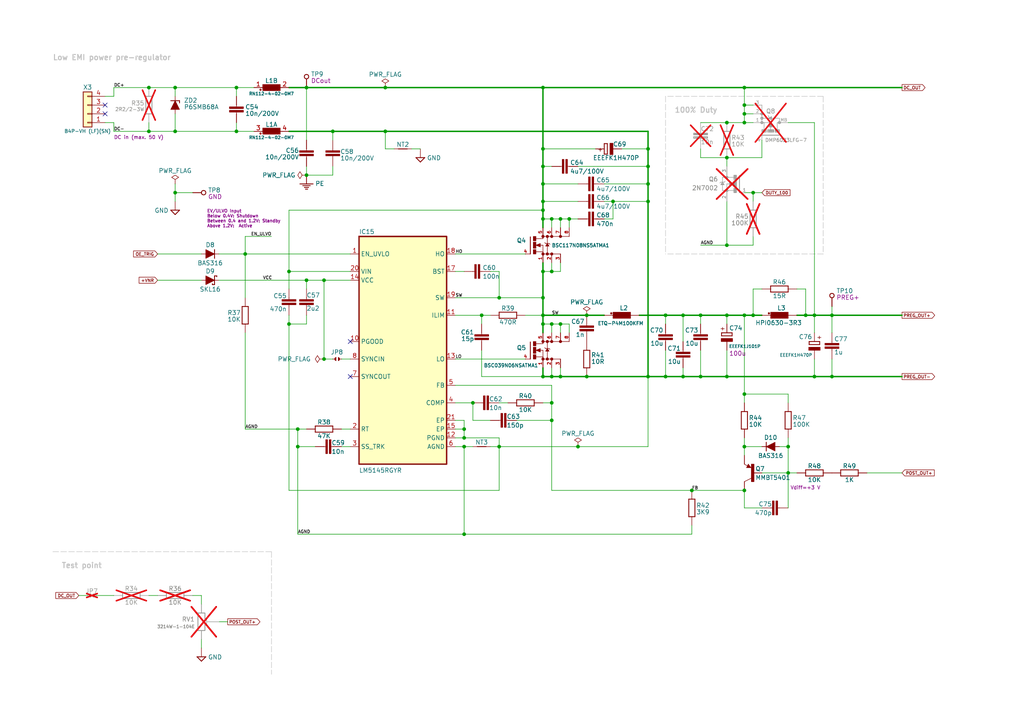
<source format=kicad_sch>
(kicad_sch (version 20250114) (generator "eeschema") (generator_version "9.0")
  (paper "A4")
  (title_block (title "${project_name}") (date "2025-10-22") (rev "${project_version}") (company "${project_creator}") (comment 1 "${project_license}") (comment 2 "${project_info}") (comment 3 "${project_url}"))
  (text "Low EMI power pre-regulator" (at 15.24 17.78 0) (effects (font (size 1.524 1.524) (thickness 0.3048) (bold yes)) (justify left bottom)))
  (text "DC in (max. 50 V)" (at 33.02 40.64 0) (effects (font (size 1.016 1.016)) (justify left bottom)))
  (text "100% Duty" (at 195.58 33.02 0) (effects (font (size 1.524 1.524) (thickness 0.3048) (bold yes)) (justify left bottom)))
  (text "Vdiff=+3 V" (at 229.235 142.24 0) (effects (font (size 1.016 1.016)) (justify left bottom)))
  (text "Test point" (at 17.78 165.1 0) (effects (font (size 1.524 1.524) (thickness 0.3048) (bold yes)) (justify left bottom)))
  (text "100u" (at 211.455 103.505 0) (effects (font (size 1.27 1.27)) (justify left bottom)))
  (text_box "EV/ULVO Input\nBelow 0.4V: Shutdown\nBetween 0.4 and 1.2V: Standby\nAbove 1.2V:  Active" (at 59.055 59.69 0) (size 23.495 6.985) (margins 0.9525 0.9525 0.9525 0.9525) (stroke (width -0.0001)) (effects (font (size 0.889 0.889) (thickness 0.1778) (bold yes)) (justify left top)))
  (junction (at 157.48 25.4))
  (junction (at 162.56 93.98))
  (junction (at 144.78 86.36))
  (junction (at 157.48 93.98))
  (junction (at 241.3 109.22))
  (junction (at 134.62 127))
  (junction (at 157.48 78.74))
  (junction (at 236.22 109.22))
  (junction (at 162.56 109.22))
  (junction (at 215.9 33.02))
  (junction (at 86.36 129.54))
  (junction (at 93.98 81.28))
  (junction (at 215.9 114.3))
  (junction (at 193.04 91.44))
  (junction (at 157.48 109.22))
  (junction (at 111.76 25.4))
  (junction (at 43.18 25.4))
  (junction (at 160.02 78.74))
  (junction (at 165.1 63.5))
  (junction (at 88.9 50.8))
  (junction (at 215.9 129.54))
  (junction (at 43.18 38.1))
  (junction (at 134.62 154.94))
  (junction (at 170.18 109.22))
  (junction (at 134.62 129.54))
  (junction (at 68.58 25.4))
  (junction (at 83.82 93.98))
  (junction (at 218.44 91.44))
  (junction (at 144.78 129.54))
  (junction (at 134.62 124.46))
  (junction (at 71.12 73.66))
  (junction (at 50.8 25.4))
  (junction (at 187.96 53.34))
  (junction (at 157.48 58.42))
  (junction (at 218.44 55.88))
  (junction (at 210.82 91.44))
  (junction (at 160.02 116.84))
  (junction (at 50.8 38.1))
  (junction (at 198.12 109.22))
  (junction (at 203.2 91.44))
  (junction (at 210.82 45.72))
  (junction (at 157.48 60.96))
  (junction (at 215.9 142.24))
  (junction (at 187.96 109.22))
  (junction (at 228.6 137.16))
  (junction (at 137.16 116.84))
  (junction (at 210.82 109.22))
  (junction (at 160.02 63.5))
  (junction (at 200.66 142.24))
  (junction (at 111.76 38.1))
  (junction (at 160.02 109.22))
  (junction (at 198.12 91.44))
  (junction (at 210.82 71.12))
  (junction (at 233.68 91.44))
  (junction (at 170.18 91.44))
  (junction (at 157.48 53.34))
  (junction (at 167.64 129.54))
  (junction (at 215.9 35.56))
  (junction (at 187.96 58.42))
  (junction (at 157.48 43.18))
  (junction (at 177.8 58.42))
  (junction (at 88.9 81.28))
  (junction (at 187.96 48.26))
  (junction (at 162.56 63.5))
  (junction (at 236.22 91.44))
  (junction (at 88.9 25.4))
  (junction (at 86.36 124.46))
  (junction (at 160.02 121.92))
  (junction (at 160.02 93.98))
  (junction (at 215.9 25.4))
  (junction (at 50.8 55.88))
  (junction (at 157.48 86.36))
  (junction (at 187.96 43.18))
  (junction (at 215.9 30.48))
  (junction (at 139.7 91.44))
  (junction (at 203.2 109.22))
  (junction (at 157.48 63.5))
  (junction (at 68.58 38.1))
  (junction (at 96.52 38.1))
  (junction (at 93.98 104.14))
  (junction (at 215.9 91.44))
  (junction (at 157.48 91.44))
  (junction (at 228.6 129.54))
  (junction (at 210.82 35.56))
  (junction (at 83.82 78.74))
  (junction (at 157.48 48.26))
  (junction (at 241.3 91.44))
  (junction (at 193.04 109.22))
  (no_connect (at 101.6 109.22))
  (no_connect (at 101.6 99.06))
  (no_connect (at 30.48 33.02))
  (no_connect (at 30.48 30.48))
  (wire (pts (xy 198.12 109.22) (xy 198.12 106.68)) (stroke (width 0.1524)))
  (wire (pts (xy 233.68 91.44) (xy 236.22 91.44)) (stroke (width 0.4064)))
  (wire (pts (xy 43.18 25.4) (xy 50.8 25.4)) (stroke (width 0.1524)))
  (wire (pts (xy 187.96 43.18) (xy 187.96 48.26)) (stroke (width 0.4064)))
  (wire (pts (xy 160.02 78.74) (xy 162.56 78.74)))
  (wire (pts (xy 215.9 25.4) (xy 215.9 30.48)))
  (wire (pts (xy 99.06 129.54) (xy 101.6 129.54)) (stroke (width 0.1524)))
  (wire (pts (xy 58.42 185.42) (xy 58.42 187.96)))
  (wire (pts (xy 50.8 25.4) (xy 68.58 25.4)) (stroke (width 0.1524)))
  (wire (pts (xy 160.02 93.98) (xy 162.56 93.98)))
  (wire (pts (xy 157.48 93.98) (xy 157.48 96.52)) (stroke (width 0.4064)))
  (wire (pts (xy 170.18 109.22) (xy 187.96 109.22)) (stroke (width 0.4064)))
  (wire (pts (xy 157.48 116.84) (xy 160.02 116.84)) (stroke (width 0.1524)))
  (wire (pts (xy 215.9 33.02) (xy 218.44 33.02)))
  (wire (pts (xy 218.44 91.44) (xy 215.9 91.44)) (stroke (width 0.1524)))
  (wire (pts (xy 228.6 137.16) (xy 231.14 137.16)) (stroke (width 0.1524)))
  (wire (pts (xy 198.12 99.06) (xy 198.12 91.44)) (stroke (width 0.1524)))
  (wire (pts (xy 167.64 53.34) (xy 157.48 53.34)) (stroke (width 0.1524)))
  (wire (pts (xy 172.72 43.18) (xy 157.48 43.18)) (stroke (width 0.1524)))
  (wire (pts (xy 193.04 109.22) (xy 193.04 101.6)) (stroke (width 0.1524)))
  (wire (pts (xy 215.9 129.54) (xy 215.9 132.08)) (stroke (width 0.1524)))
  (wire (pts (xy 160.02 96.52) (xy 160.02 93.98)))
  (wire (pts (xy 236.22 109.22) (xy 236.22 104.14)) (stroke (width 0.1524)))
  (wire (pts (xy 193.04 91.44) (xy 198.12 91.44)) (stroke (width 0.4064)))
  (wire (pts (xy 33.02 172.72) (xy 27.94 172.72)))
  (wire (pts (xy 160.02 76.2) (xy 160.02 78.74)))
  (wire (pts (xy 210.82 45.72) (xy 203.2 45.72)))
  (wire (pts (xy 83.82 25.4) (xy 88.9 25.4)) (stroke (width 0.4064)))
  (wire (pts (xy 144.78 129.54) (xy 144.78 142.24)) (stroke (width 0.1524)))
  (wire (pts (xy 132.08 86.36) (xy 144.78 86.36)) (stroke (width 0.1524)))
  (wire (pts (xy 215.9 25.4) (xy 261.62 25.4)) (stroke (width 0.4064)))
  (wire (pts (xy 231.14 83.82) (xy 233.68 83.82)) (stroke (width 0.1524)))
  (wire (pts (xy 228.6 147.32) (xy 228.6 137.16)) (stroke (width 0.1524)))
  (wire (pts (xy 200.66 154.94) (xy 200.66 152.4)) (stroke (width 0.1524)))
  (wire (pts (xy 157.48 63.5) (xy 157.48 60.96)) (stroke (width 0.4064)))
  (wire (pts (xy 228.6 129.54) (xy 228.6 137.16)) (stroke (width 0.1524)))
  (wire (pts (xy 157.48 76.2) (xy 157.48 78.74)) (stroke (width 0.4064)))
  (wire (pts (xy 50.8 33.02) (xy 50.8 38.1)))
  (wire (pts (xy 218.44 91.44) (xy 220.98 91.44)) (stroke (width 0.4064)))
  (wire (pts (xy 228.6 114.3) (xy 228.6 116.84)) (stroke (width 0.1524)))
  (wire (pts (xy 83.82 93.98) (xy 83.82 91.44)) (stroke (width 0.1524)))
  (wire (pts (xy 144.78 129.54) (xy 167.64 129.54)) (stroke (width 0.1524)))
  (wire (pts (xy 233.68 91.44) (xy 236.22 91.44)) (stroke (width 0.1524)))
  (wire (pts (xy 93.98 81.28) (xy 88.9 81.28)) (stroke (width 0.1524)))
  (wire (pts (xy 58.42 172.72) (xy 58.42 175.26)))
  (wire (pts (xy 43.18 35.56) (xy 43.18 38.1)) (stroke (width 0.1524)))
  (wire (pts (xy 198.12 91.44) (xy 203.2 91.44)) (stroke (width 0.4064)))
  (wire (pts (xy 55.88 55.88) (xy 50.8 55.88)) (stroke (width 0.1524)))
  (wire (pts (xy 111.76 43.18) (xy 111.76 38.1)) (stroke (width 0.1524)))
  (wire (pts (xy 157.48 93.98) (xy 160.02 93.98)))
  (wire (pts (xy 160.02 106.68) (xy 160.02 109.22)))
  (wire (pts (xy 63.5 180.34) (xy 66.04 180.34)))
  (wire (pts (xy 157.48 63.5) (xy 157.48 66.04)))
  (wire (pts (xy 88.9 124.46) (xy 86.36 124.46)) (stroke (width 0.1524)))
  (wire (pts (xy 210.82 45.72) (xy 220.98 45.72)))
  (wire (pts (xy 50.8 53.34) (xy 50.8 55.88)))
  (wire (pts (xy 203.2 45.72) (xy 203.2 43.18)))
  (wire (pts (xy 157.48 43.18) (xy 157.48 25.4)) (stroke (width 0.4064)))
  (wire (pts (xy 101.6 124.46) (xy 99.06 124.46)) (stroke (width 0.1524)))
  (wire (pts (xy 144.78 142.24) (xy 83.82 142.24)) (stroke (width 0.1524)))
  (wire (pts (xy 218.44 30.48) (xy 215.9 30.48)))
  (wire (pts (xy 114.3 43.18) (xy 111.76 43.18)) (stroke (width 0.1524)))
  (wire (pts (xy 220.98 137.16) (xy 228.6 137.16)) (stroke (width 0.1524)))
  (wire (pts (xy 50.8 38.1) (xy 68.58 38.1)) (stroke (width 0.1524)))
  (wire (pts (xy 200.66 142.24) (xy 215.9 142.24)) (stroke (width 0.1524)))
  (wire (pts (xy 203.2 35.56) (xy 210.82 35.56)))
  (wire (pts (xy 215.9 147.32) (xy 215.9 142.24)) (stroke (width 0.1524)))
  (wire (pts (xy 157.48 109.22) (xy 157.48 106.68)) (stroke (width 0.4064)))
  (wire (pts (xy 88.9 48.26) (xy 88.9 50.8)) (stroke (width 0.1524)))
  (wire (pts (xy 218.44 83.82) (xy 218.44 91.44)) (stroke (width 0.1524)))
  (polyline (pts (xy 78.74 160.02) (xy 15.24 160.02)) (stroke (width 0.1524) (type dash) (color 194 194 194 1)))
  (wire (pts (xy 134.62 129.54) (xy 134.62 154.94)) (stroke (width 0.1524)))
  (wire (pts (xy 157.48 78.74) (xy 157.48 86.36)) (stroke (width 0.4064)))
  (wire (pts (xy 86.36 154.94) (xy 134.62 154.94)) (stroke (width 0.1524)))
  (wire (pts (xy 71.12 124.46) (xy 71.12 96.52)) (stroke (width 0.1524)))
  (wire (pts (xy 193.04 109.22) (xy 187.96 109.22)) (stroke (width 0.4064)))
  (wire (pts (xy 134.62 121.92) (xy 134.62 124.46)))
  (wire (pts (xy 132.08 104.14) (xy 152.4 104.14)) (stroke (width 0.1524)))
  (wire (pts (xy 241.3 104.14) (xy 241.3 109.22)) (stroke (width 0.1524)))
  (wire (pts (xy 71.12 73.66) (xy 71.12 68.58)) (stroke (width 0.1524)))
  (wire (pts (xy 111.76 25.4) (xy 157.48 25.4)) (stroke (width 0.4064)))
  (wire (pts (xy 83.82 38.1) (xy 96.52 38.1)) (stroke (width 0.4064)))
  (wire (pts (xy 228.6 114.3) (xy 215.9 114.3)) (stroke (width 0.1524)))
  (wire (pts (xy 157.48 109.22) (xy 139.7 109.22)) (stroke (width 0.1524)))
  (wire (pts (xy 96.52 38.1) (xy 111.76 38.1)) (stroke (width 0.4064)))
  (wire (pts (xy 160.02 142.24) (xy 200.66 142.24)) (stroke (width 0.1524)))
  (wire (pts (xy 241.3 109.22) (xy 261.62 109.22)) (stroke (width 0.4064)))
  (wire (pts (xy 241.3 88.9) (xy 241.3 91.44)) (stroke (width 0.1524)))
  (wire (pts (xy 236.22 35.56) (xy 236.22 91.44)))
  (wire (pts (xy 160.02 142.24) (xy 160.02 121.92)) (stroke (width 0.1524)))
  (wire (pts (xy 203.2 91.44) (xy 210.82 91.44)) (stroke (width 0.4064)))
  (wire (pts (xy 220.98 83.82) (xy 218.44 83.82)) (stroke (width 0.1524)))
  (wire (pts (xy 251.46 137.16) (xy 261.62 137.16)) (stroke (width 0.1524)))
  (wire (pts (xy 210.82 109.22) (xy 203.2 109.22)) (stroke (width 0.4064)))
  (wire (pts (xy 170.18 91.44) (xy 175.26 91.44)) (stroke (width 0.4064)))
  (wire (pts (xy 83.82 60.96) (xy 157.48 60.96)) (stroke (width 0.1524)))
  (wire (pts (xy 88.9 83.82) (xy 88.9 81.28)) (stroke (width 0.1524)))
  (wire (pts (xy 215.9 114.3) (xy 215.9 91.44)) (stroke (width 0.1524)))
  (wire (pts (xy 132.08 73.66) (xy 152.4 73.66)) (stroke (width 0.1524)))
  (wire (pts (xy 215.9 35.56) (xy 218.44 35.56)))
  (wire (pts (xy 203.2 109.22) (xy 198.12 109.22)) (stroke (width 0.4064)))
  (wire (pts (xy 139.7 91.44) (xy 132.08 91.44)) (stroke (width 0.1524)))
  (wire (pts (xy 185.42 91.44) (xy 193.04 91.44)) (stroke (width 0.4064)))
  (wire (pts (xy 96.52 40.64) (xy 96.52 38.1)) (stroke (width 0.1524)))
  (wire (pts (xy 157.48 86.36) (xy 157.48 91.44)) (stroke (width 0.4064)))
  (wire (pts (xy 162.56 63.5) (xy 160.02 63.5)) (stroke (width 0.1524)))
  (wire (pts (xy 200.66 154.94) (xy 134.62 154.94)) (stroke (width 0.1524)))
  (wire (pts (xy 187.96 48.26) (xy 187.96 53.34)) (stroke (width 0.4064)))
  (wire (pts (xy 144.78 127) (xy 144.78 129.54)) (stroke (width 0.1524)))
  (wire (pts (xy 157.48 91.44) (xy 170.18 91.44)) (stroke (width 0.4064)))
  (wire (pts (xy 167.64 63.5) (xy 165.1 63.5)) (stroke (width 0.1524)))
  (wire (pts (xy 241.3 96.52) (xy 241.3 91.44)) (stroke (width 0.1524)))
  (wire (pts (xy 167.64 129.54) (xy 187.96 129.54)) (stroke (width 0.1524)))
  (wire (pts (xy 218.44 71.12) (xy 210.82 71.12)))
  (wire (pts (xy 68.58 38.1) (xy 73.66 38.1)) (stroke (width 0.1524)))
  (wire (pts (xy 86.36 129.54) (xy 86.36 154.94)) (stroke (width 0.1524)))
  (wire (pts (xy 162.56 106.68) (xy 162.56 109.22)))
  (wire (pts (xy 175.26 63.5) (xy 177.8 63.5)) (stroke (width 0.1524)))
  (wire (pts (xy 68.58 25.4) (xy 73.66 25.4)) (stroke (width 0.1524)))
  (wire (pts (xy 88.9 93.98) (xy 83.82 93.98)) (stroke (width 0.1524)))
  (wire (pts (xy 33.02 38.1) (xy 43.18 38.1)) (stroke (width 0.1524)))
  (wire (pts (xy 215.9 30.48) (xy 215.9 33.02)))
  (wire (pts (xy 210.82 109.22) (xy 236.22 109.22)) (stroke (width 0.4064)))
  (wire (pts (xy 45.72 172.72) (xy 43.18 172.72)))
  (wire (pts (xy 96.52 48.26) (xy 96.52 50.8)) (stroke (width 0.1524)))
  (wire (pts (xy 193.04 91.44) (xy 193.04 93.98)) (stroke (width 0.1524)))
  (wire (pts (xy 210.82 101.6) (xy 210.82 109.22)) (stroke (width 0.1524)))
  (wire (pts (xy 220.98 55.88) (xy 218.44 55.88)))
  (wire (pts (xy 215.9 116.84) (xy 215.9 114.3)) (stroke (width 0.1524)))
  (wire (pts (xy 139.7 93.98) (xy 139.7 91.44)) (stroke (width 0.1524)))
  (wire (pts (xy 144.78 86.36) (xy 157.48 86.36)) (stroke (width 0.1524)))
  (wire (pts (xy 203.2 101.6) (xy 203.2 109.22)) (stroke (width 0.1524)))
  (wire (pts (xy 83.82 78.74) (xy 83.82 83.82)) (stroke (width 0.1524)))
  (wire (pts (xy 96.52 50.8) (xy 88.9 50.8)) (stroke (width 0.1524)))
  (wire (pts (xy 187.96 129.54) (xy 187.96 109.22)) (stroke (width 0.1524)))
  (wire (pts (xy 71.12 86.36) (xy 71.12 73.66)) (stroke (width 0.1524)))
  (wire (pts (xy 215.9 127) (xy 215.9 129.54)) (stroke (width 0.1524)))
  (wire (pts (xy 233.68 83.82) (xy 233.68 91.44)) (stroke (width 0.1524)))
  (wire (pts (xy 149.86 121.92) (xy 160.02 121.92)) (stroke (width 0.1524)))
  (wire (pts (xy 132.08 78.74) (xy 134.62 78.74)) (stroke (width 0.1524)))
  (wire (pts (xy 33.02 25.4) (xy 43.18 25.4)) (stroke (width 0.1524)))
  (polyline (pts (xy 238.76 27.94) (xy 193.04 27.94)) (stroke (width 0.1524) (type dash) (color 194 194 194 1)))
  (wire (pts (xy 91.44 129.54) (xy 86.36 129.54)) (stroke (width 0.1524)))
  (wire (pts (xy 132.08 129.54) (xy 134.62 129.54)) (stroke (width 0.1524)))
  (wire (pts (xy 175.26 53.34) (xy 187.96 53.34)) (stroke (width 0.1524)))
  (wire (pts (xy 236.22 91.44) (xy 241.3 91.44)) (stroke (width 0.4064)))
  (wire (pts (xy 144.78 116.84) (xy 147.32 116.84)) (stroke (width 0.1524)))
  (wire (pts (xy 134.62 127) (xy 144.78 127)) (stroke (width 0.1524)))
  (wire (pts (xy 157.48 78.74) (xy 160.02 78.74)))
  (wire (pts (xy 111.76 38.1) (xy 187.96 38.1)) (stroke (width 0.4064)))
  (wire (pts (xy 187.96 53.34) (xy 187.96 58.42)) (stroke (width 0.4064)))
  (wire (pts (xy 162.56 93.98) (xy 165.1 93.98)))
  (wire (pts (xy 228.6 127) (xy 228.6 129.54)) (stroke (width 0.1524)))
  (wire (pts (xy 241.3 91.44) (xy 261.62 91.44)) (stroke (width 0.4064)))
  (wire (pts (xy 215.9 91.44) (xy 218.44 91.44)) (stroke (width 0.4064)))
  (wire (pts (xy 137.16 116.84) (xy 137.16 121.92)) (stroke (width 0.1524)))
  (wire (pts (xy 210.82 35.56) (xy 215.9 35.56)))
  (wire (pts (xy 228.6 35.56) (xy 236.22 35.56)))
  (wire (pts (xy 157.48 53.34) (xy 157.48 48.26)) (stroke (width 0.4064)))
  (wire (pts (xy 157.48 60.96) (xy 157.48 58.42)) (stroke (width 0.4064)))
  (wire (pts (xy 160.02 116.84) (xy 160.02 111.76)) (stroke (width 0.1524)))
  (wire (pts (xy 63.5 73.66) (xy 71.12 73.66)) (stroke (width 0.1524)))
  (wire (pts (xy 68.58 35.56) (xy 68.58 38.1)) (stroke (width 0.1524)))
  (wire (pts (xy 157.48 63.5) (xy 157.48 66.04)) (stroke (width 0.1524)))
  (wire (pts (xy 119.38 43.18) (xy 121.92 43.18)) (stroke (width 0.1524)))
  (wire (pts (xy 162.56 109.22) (xy 170.18 109.22)) (stroke (width 0.4064)))
  (wire (pts (xy 88.9 81.28) (xy 63.5 81.28)) (stroke (width 0.1524)))
  (wire (pts (xy 162.56 63.5) (xy 162.56 66.04)))
  (wire (pts (xy 175.26 58.42) (xy 177.8 58.42)) (stroke (width 0.1524)))
  (wire (pts (xy 157.48 58.42) (xy 157.48 53.34)) (stroke (width 0.4064)))
  (wire (pts (xy 45.72 81.28) (xy 58.42 81.28)) (stroke (width 0.1524)))
  (wire (pts (xy 210.82 91.44) (xy 210.82 93.98)) (stroke (width 0.1524)))
  (wire (pts (xy 33.02 35.56) (xy 33.02 38.1)))
  (wire (pts (xy 160.02 109.22) (xy 157.48 109.22)) (stroke (width 0.4064)))
  (wire (pts (xy 218.44 55.88) (xy 218.44 58.42)))
  (wire (pts (xy 165.1 63.5) (xy 162.56 63.5)) (stroke (width 0.1524)))
  (wire (pts (xy 215.9 55.88) (xy 218.44 55.88)))
  (wire (pts (xy 142.24 121.92) (xy 137.16 121.92)) (stroke (width 0.1524)))
  (wire (pts (xy 68.58 27.94) (xy 68.58 25.4)) (stroke (width 0.1524)))
  (polyline (pts (xy 238.76 27.94) (xy 238.76 73.66)) (stroke (width 0.1524) (type dash) (color 194 194 194 1)))
  (wire (pts (xy 220.98 129.54) (xy 215.9 129.54)) (stroke (width 0.1524)))
  (wire (pts (xy 144.78 129.54) (xy 142.24 129.54)) (stroke (width 0.1524)))
  (wire (pts (xy 50.8 55.88) (xy 50.8 58.42)) (stroke (width 0.1524)))
  (wire (pts (xy 142.24 78.74) (xy 144.78 78.74)) (stroke (width 0.1524)))
  (wire (pts (xy 144.78 78.74) (xy 144.78 86.36)) (stroke (width 0.1524)))
  (wire (pts (xy 157.48 91.44) (xy 157.48 93.98)) (stroke (width 0.4064)))
  (wire (pts (xy 218.44 68.58) (xy 218.44 71.12)))
  (wire (pts (xy 30.48 27.94) (xy 33.02 27.94)))
  (wire (pts (xy 157.48 48.26) (xy 160.02 48.26)) (stroke (width 0.1524)))
  (wire (pts (xy 187.96 38.1) (xy 187.96 43.18)) (stroke (width 0.4064)))
  (wire (pts (xy 142.24 91.44) (xy 139.7 91.44)) (stroke (width 0.1524)))
  (wire (pts (xy 187.96 58.42) (xy 187.96 109.22)) (stroke (width 0.4064)))
  (wire (pts (xy 231.14 91.44) (xy 233.68 91.44)) (stroke (width 0.4064)))
  (wire (pts (xy 236.22 109.22) (xy 241.3 109.22)) (stroke (width 0.4064)))
  (wire (pts (xy 165.1 63.5) (xy 165.1 66.04)))
  (wire (pts (xy 180.34 43.18) (xy 187.96 43.18)) (stroke (width 0.1524)))
  (polyline (pts (xy 238.76 73.66) (xy 193.04 73.66)) (stroke (width 0.1524) (type dash) (color 194 194 194 1)))
  (wire (pts (xy 160.02 121.92) (xy 160.02 116.84)) (stroke (width 0.1524)))
  (wire (pts (xy 132.08 111.76) (xy 160.02 111.76)) (stroke (width 0.1524)))
  (wire (pts (xy 220.98 40.64) (xy 220.98 45.72)))
  (wire (pts (xy 220.98 147.32) (xy 215.9 147.32)) (stroke (width 0.1524)))
  (wire (pts (xy 167.64 48.26) (xy 187.96 48.26)) (stroke (width 0.1524)))
  (wire (pts (xy 210.82 71.12) (xy 210.82 58.42)))
  (wire (pts (xy 86.36 124.46) (xy 86.36 129.54)) (stroke (width 0.1524)))
  (wire (pts (xy 101.6 78.74) (xy 83.82 78.74)) (stroke (width 0.1524)))
  (wire (pts (xy 43.18 38.1) (xy 50.8 38.1)) (stroke (width 0.1524)))
  (wire (pts (xy 58.42 73.66) (xy 45.72 73.66)) (stroke (width 0.1524)))
  (wire (pts (xy 86.36 124.46) (xy 71.12 124.46)) (stroke (width 0.1524)))
  (wire (pts (xy 203.2 71.12) (xy 210.82 71.12)))
  (wire (pts (xy 160.02 63.5) (xy 160.02 66.04)))
  (wire (pts (xy 132.08 121.92) (xy 134.62 121.92)))
  (wire (pts (xy 198.12 109.22) (xy 193.04 109.22)) (stroke (width 0.4064)))
  (wire (pts (xy 134.62 127) (xy 134.62 124.46)) (stroke (width 0.1524)))
  (wire (pts (xy 152.4 91.44) (xy 157.48 91.44)) (stroke (width 0.1524)))
  (wire (pts (xy 93.98 104.14) (xy 93.98 81.28)) (stroke (width 0.1524)))
  (wire (pts (xy 58.42 172.72) (xy 55.88 172.72)))
  (wire (pts (xy 215.9 33.02) (xy 215.9 35.56)))
  (wire (pts (xy 167.64 58.42) (xy 157.48 58.42)) (stroke (width 0.1524)))
  (wire (pts (xy 132.08 116.84) (xy 137.16 116.84)) (stroke (width 0.1524)))
  (wire (pts (xy 83.82 78.74) (xy 83.82 60.96)) (stroke (width 0.1524)))
  (wire (pts (xy 177.8 58.42) (xy 187.96 58.42)) (stroke (width 0.1524)))
  (wire (pts (xy 162.56 76.2) (xy 162.56 78.74)))
  (wire (pts (xy 30.48 35.56) (xy 33.02 35.56)))
  (wire (pts (xy 132.08 124.46) (xy 134.62 124.46)) (stroke (width 0.1524)))
  (wire (pts (xy 83.82 142.24) (xy 83.82 93.98)) (stroke (width 0.1524)))
  (wire (pts (xy 71.12 73.66) (xy 101.6 73.66)) (stroke (width 0.1524)))
  (wire (pts (xy 157.48 25.4) (xy 215.9 25.4)) (stroke (width 0.4064)))
  (wire (pts (xy 139.7 109.22) (xy 139.7 101.6)) (stroke (width 0.1524)))
  (wire (pts (xy 101.6 104.14) (xy 99.06 104.14)) (stroke (width 0.1524)))
  (wire (pts (xy 162.56 109.22) (xy 160.02 109.22)) (stroke (width 0.4064)))
  (wire (pts (xy 162.56 96.52) (xy 162.56 93.98)))
  (polyline (pts (xy 78.74 160.02) (xy 78.74 195.58)) (stroke (width 0.1524) (type dash) (color 194 194 194 1)))
  (wire (pts (xy 132.08 127) (xy 134.62 127)) (stroke (width 0.1524)))
  (wire (pts (xy 157.48 43.18) (xy 157.48 48.26)) (stroke (width 0.4064)))
  (wire (pts (xy 210.82 91.44) (xy 215.9 91.44)) (stroke (width 0.4064)))
  (wire (pts (xy 22.86 172.72) (xy 25.4 172.72)))
  (wire (pts (xy 96.52 104.14) (xy 93.98 104.14)) (stroke (width 0.1524)))
  (wire (pts (xy 160.02 63.5) (xy 157.48 63.5)) (stroke (width 0.1524)))
  (polyline (pts (xy 193.04 27.94) (xy 193.04 73.66)) (stroke (width 0.1524) (type dash) (color 194 194 194 1)))
  (wire (pts (xy 165.1 96.52) (xy 165.1 93.98)))
  (wire (pts (xy 33.02 27.94) (xy 33.02 25.4)))
  (wire (pts (xy 210.82 45.72) (xy 210.82 48.26)))
  (wire (pts (xy 157.48 63.5) (xy 157.48 66.04)) (stroke (width 0.4064)))
  (wire (pts (xy 236.22 96.52) (xy 236.22 91.44)) (stroke (width 0.1524)))
  (wire (pts (xy 88.9 91.44) (xy 88.9 93.98)) (stroke (width 0.1524)))
  (wire (pts (xy 177.8 63.5) (xy 177.8 58.42)) (stroke (width 0.1524)))
  (wire (pts (xy 50.8 25.4) (xy 50.8 27.94)))
  (wire (pts (xy 101.6 81.28) (xy 93.98 81.28)) (stroke (width 0.1524)))
  (wire (pts (xy 134.62 129.54) (xy 137.16 129.54)) (stroke (width 0.1524)))
  (wire (pts (xy 88.9 25.4) (xy 88.9 40.64)) (stroke (width 0.1524)))
  (wire (pts (xy 226.06 129.54) (xy 228.6 129.54)) (stroke (width 0.1524)))
  (wire (pts (xy 203.2 93.98) (xy 203.2 91.44)) (stroke (width 0.1524)))
  (wire (pts (xy 71.12 68.58) (xy 78.74 68.58)) (stroke (width 0.1524)))
  (wire (pts (xy 88.9 25.4) (xy 111.76 25.4)) (stroke (width 0.4064)))
  (label "DC+" (at 33.02 25.4 0) (effects (font (size 0.889 0.889))))
  (label "SW" (at 160.02 91.44 0) (effects (font (size 0.889 0.889))))
  (label "AGND" (at 71.12 124.46 0) (effects (font (size 0.889 0.889))))
  (label "SW" (at 132.08 86.36 0) (effects (font (size 0.889 0.889))))
  (label "DC-" (at 33.02 38.1 0) (effects (font (size 0.889 0.889))))
  (label "VCC" (at 76.2 81.28 0) (effects (font (size 0.889 0.889))))
  (label "AGND" (at 86.36 154.94 0) (effects (font (size 0.889 0.889))))
  (label "LO" (at 132.08 104.14 0) (effects (font (size 0.889 0.889))))
  (label "EN_ULVO" (at 78.74 68.58 180) (effects (font (size 0.889 0.889))))
  (label "HO" (at 132.08 73.66 0) (effects (font (size 0.889 0.889))))
  (label "FB" (at 200.66 142.24 0) (effects (font (size 0.889 0.889))))
  (label "AGND" (at 203.2 71.12 0) (effects (font (size 0.889 0.889))))
  (global_label "+VNR" (shape input) (at 45.72 81.28 180) (effects (font (size 0.889 0.889))) (property "Intersheetrefs" "${INTERSHEET_REFS}" (effects (hide yes))))
  (global_label "POST_OUT+" (shape output) (at 66.04 180.34 0) (effects (font (size 0.889 0.889))) (property "Intersheetrefs" "${INTERSHEET_REFS}" (effects (hide yes))))
  (global_label "DC_OUT" (shape input) (at 22.86 172.72 180) (effects (font (size 0.889 0.889))) (property "Intersheetrefs" "${INTERSHEET_REFS}" (effects (hide yes))))
  (global_label "DC_OUT" (shape output) (at 261.62 25.4 0) (effects (font (size 0.889 0.889))) (property "Intersheetrefs" "${INTERSHEET_REFS}" (effects (hide yes))))
  (global_label "POST_OUT+" (shape input) (at 261.62 137.16 0) (effects (font (size 0.889 0.889))) (property "Intersheetrefs" "${INTERSHEET_REFS}" (effects (hide yes))))
  (global_label "PREG_OUT-" (shape output) (at 261.62 109.22 0) (effects (font (size 0.889 0.889))) (property "Intersheetrefs" "${INTERSHEET_REFS}" (effects (hide yes))))
  (global_label "OE_TRIG" (shape input) (at 45.72 73.66 180) (effects (font (size 0.889 0.889))) (property "Intersheetrefs" "${INTERSHEET_REFS}" (effects (hide yes))))
  (global_label "DUTY_100" (shape input) (at 220.98 55.88 0) (effects (font (size 0.889 0.889))) (property "Intersheetrefs" "${INTERSHEET_REFS}" (effects (hide yes))))
  (global_label "PREG_OUT+" (shape output) (at 261.62 91.44 0) (effects (font (size 0.889 0.889))) (property "Intersheetrefs" "${INTERSHEET_REFS}" (effects (hide yes))))
  (symbol (lib_id "PCM_EEZ_discretes:PMOS_LFPAK") (at 223.52 38.1 270) (mirror x) (unit 1) (in_bom no) (dnp yes)
    (property "Reference" "Q8" (at 223.52 32.258 90))
    (property "Value" "DMP6023LFG-7" (at 227.965 40.64 90) (effects (font (size 1.016 1.016))))
    (property "Footprint" "PCM_EEZ_SMD:TRANS_FDMC8010" (effects (hide yes)))
    (property "DigiKey" "DMP6023LFG-7DICT-ND" (effects (hide yes)))
    (property "Mouser" "621-DMP6023LFG-7" (effects (hide yes)))
    (property "TME" "-" (effects (hide yes)))
    (property "LCSC" "C526579" (effects (hide yes)))
  )
  (symbol (lib_id "PCM_EEZ_passives:C-EU") (at 170.18 58.42 90) (unit 1)
    (property "Reference" "C66" (at 172.974 58.039 90) (effects (justify right top)))
    (property "Value" "4u7/100V" (at 172.974 60.579 90) (effects (justify right top)))
    (property "Footprint" "PCM_EEZ_passives:C_1210_3225Metric" (effects (hide yes)))
    (property "DigiKey" "587-5034-1-ND " (effects (hide yes)))
    (property "Mouser" "810-CGA6M3X7S2A475K" (effects (hide yes)))
    (property "TME" "-" (effects (hide yes)))
  )
  (symbol (lib_name "R-EU_2") (lib_id "PCM_EEZ_passives:R-EU") (at 147.32 91.44 270) (unit 1)
    (property "Reference" "R39" (at 147.32 90.17 90) (effects (justify bottom)))
    (property "Value" "470R" (at 147.32 92.71 90) (effects (justify top)))
    (property "Footprint" "PCM_EEZ_passives:R_0805_2012Metric" (effects (hide yes)))
    (property "DigiKey" "311-470CRCT-ND" (effects (hide yes)))
    (property "Mouser" "71-CRCW0805470RFKEB" (effects (hide yes)))
    (property "TME" "RC0805FR-07470R" (effects (hide yes)))
  )
  (symbol (lib_name "R-EU_9") (lib_id "PCM_EEZ_passives:R-EU") (at 170.18 104.14 0) (unit 1)
    (property "Reference" "R41" (at 171.45 102.235 0) (effects (justify left top)))
    (property "Value" "10R" (at 171.45 104.14 0) (effects (justify left top)))
    (property "Footprint" "PCM_EEZ_passives:R_0805_2012Metric" (effects (hide yes)))
    (property "TME" "SMD0805-10R-1%" (effects (hide yes)))
  )
  (symbol (lib_id "PCM_EEZ_discretes:NMOS") (at 213.36 53.34 0) (mirror y) (unit 1) (in_bom no) (dnp yes)
    (property "Reference" "Q6" (at 208.28 52.705 0) (effects (justify left bottom)))
    (property "Value" "2N7002" (at 208.28 55.245 0) (effects (justify left bottom)))
    (property "Footprint" "PCM_EEZ_SMD:SOT103P240X110-3N" (effects (hide yes)))
    (property "DigiKey" "T2N7002AKLMCT-ND" (effects (hide yes)))
    (property "Mouser" "757-T2N7002AKLM" (effects (hide yes)))
    (property "TME" "2N7002LT1G" (effects (hide yes)))
  )
  (symbol (lib_id "PCM_EEZ_passives:L_EU_polarised") (at 226.06 91.44 0) (unit 1)
    (property "Reference" "L3" (at 225.425 90.0684 0) (effects (justify left bottom)))
    (property "Value" "HPI0630-3R3" (at 219.075 94.361 0) (effects (justify left bottom)))
    (property "Footprint" "PCM_EEZ_passives:COILCRAFT_HPI0630" (effects (hide yes)))
    (property "DigiKey" "445-180834-1-ND" (effects (hide yes)))
    (property "Mouser" "810-VLS6045AF-3R3N" (effects (hide yes)))
    (property "TME" "HPI0630-3R3" (effects (hide yes)))
  )
  (symbol (lib_id "PCM_EEZ_passives:C-EU") (at 193.04 96.52 0) (unit 1)
    (property "Reference" "C70" (at 192.405 96.52 0) (effects (justify right bottom)))
    (property "Value" "10u" (at 192.405 100.33 0) (effects (justify right bottom)))
    (property "Footprint" "PCM_EEZ_passives:C_1210_3225Metric" (effects (hide yes)))
    (property "DigiKey" "1276-6736-1-ND" (effects (hide yes)))
    (property "Mouser" "810-C3216X7R1HK160AC" (effects (hide yes)))
    (property "TME" "CL31A106KBHNNNE" (effects (hide yes)))
  )
  (symbol (lib_name "L_EU_polarised_1") (lib_id "PCM_EEZ_passives:L_EU_polarised") (at 180.34 91.44 0) (unit 1)
    (property "Reference" "L2" (at 179.705 90.0684 0) (effects (justify left bottom)))
    (property "Value" "ETQ-P4M100KFM" (at 173.355 94.361 0) (effects (font (size 1.016 1.016)) (justify left bottom)))
    (property "Footprint" "PCM_EEZ_passives:PANASONIC_ETQ-P4_KFM" (effects (hide yes)))
    (property "DigiKey" "P124167CT-ND" (effects (hide yes)))
    (property "Mouser" "667-ETQ-P4M100KFM" (effects (hide yes)))
    (property "TME" "-" (effects (hide yes)))
  )
  (symbol (lib_name "R-EU_10") (lib_id "PCM_EEZ_passives:R-EU") (at 226.06 83.82 90) (unit 1)
    (property "Reference" "R46" (at 226.06 82.55 90) (effects (justify top)))
    (property "Value" "15R" (at 226.06 85.09 90) (effects (justify bottom)))
    (property "Footprint" "PCM_EEZ_passives:R_2010_5025Metric" (effects (hide yes)))
    (property "DigiKey" "A129910CT-ND " (effects (hide yes)))
    (property "Mouser" "603-RC2010FK-0715RL" (effects (hide yes)))
    (property "TME" "201007J0150T4E" (effects (hide yes)))
  )
  (symbol (lib_name "R-EU_6") (lib_id "PCM_EEZ_passives:R-EU") (at 246.38 137.16 270) (mirror x) (unit 1)
    (property "Reference" "R49" (at 246.38 135.89 90) (effects (justify top)))
    (property "Value" "1K" (at 246.38 138.43 90) (effects (justify bottom)))
    (property "Footprint" "PCM_EEZ_passives:R_0805_2012Metric" (effects (hide yes)))
    (property "DigiKey" "RC0805FR-071KL" (effects (hide yes)))
    (property "Mouser" "603-RC0805FR-071KL" (effects (hide yes)))
    (property "TME" "RC0805FR-071K" (effects (hide yes)))
  )
  (symbol (lib_id "PCM_EEZ_passives:C-EU") (at 88.9 45.72 0) (mirror x) (unit 1)
    (property "Reference" "C56" (at 86.741 42.926 0) (effects (justify right bottom)))
    (property "Value" "10n/200V" (at 86.741 44.831 0) (effects (justify right bottom)))
    (property "Footprint" "PCM_EEZ_passives:C_1206_3216Metric" (effects (hide yes)))
    (property "DigiKey" "311-4491-1-ND" (effects (hide yes)))
    (property "Mouser" "603-C1206KRX7RABB103" (effects (hide yes)))
    (property "TME" "VJ1206Y103KXCTW1BC" (effects (hide yes)))
  )
  (symbol (lib_id "PCM_EEZ_discretes:DIODE_ZENER") (at 50.8 30.48 90) (unit 1)
    (property "Reference" "ZD2" (at 53.34 29.845 90) (effects (justify right top)))
    (property "Value" "P6SMB68A" (at 53.34 31.75 90) (effects (justify right top)))
    (property "Footprint" "PCM_EEZ_SMD:DO214AA" (effects (hide yes)))
    (property "DigiKey" "P6SMB68ABBCT-ND" (effects (hide yes)))
    (property "LCSC" "C126829" (effects (hide yes)))
    (property "Mouser" "652-P6SMB68A" (effects (hide yes)))
    (property "TME" "P6SMB68A-LF" (effects (hide yes)))
  )
  (symbol (lib_id "PCM_EEZ_symbols:GND") (at 58.42 190.5 0) (mirror y) (unit 1)
    (property "Reference" "#SUPPLY034" (effects (hide yes)))
    (property "Value" "GND" (at 60.325 189.865 0) (effects (justify right top)))
  )
  (symbol (lib_id "PCM_EEZ_symbols:PE") (at 88.9 53.34 0) (unit 1)
    (property "Reference" "#PE02" (effects (hide yes)))
    (property "Value" "PE" (at 91.44 53.975 0) (effects (justify left bottom)))
  )
  (symbol (lib_id "PCM_EEZ_passives:C-EU") (at 203.2 96.52 0) (unit 1)
    (property "Reference" "C73" (at 202.565 96.52 0) (effects (justify right bottom)))
    (property "Value" "10u" (at 202.565 100.33 0) (effects (justify right bottom)))
    (property "Footprint" "PCM_EEZ_passives:C_1210_3225Metric" (effects (hide yes)))
    (property "DigiKey" "1276-6736-1-ND" (effects (hide yes)))
    (property "Mouser" "810-C3216X7R1HK160AC" (effects (hide yes)))
    (property "TME" "CL31A106KBHNNNE" (effects (hide yes)))
  )
  (symbol (lib_id "power:PWR_FLAG") (at 167.64 129.54 0) (unit 1)
    (property "Reference" "#FLG016" (effects (hide yes)))
    (property "Value" "PWR_FLAG" (at 167.64 125.73 0))
  )
  (symbol (lib_id "PCM_EEZ_passives:C-EU") (at 203.2 38.1 0) (unit 1) (in_bom no) (dnp yes)
    (property "Reference" "C72" (at 203.2 38.1 0) (effects (justify left bottom)))
    (property "Value" "10n" (at 203.2 41.91 0) (effects (justify left bottom)))
    (property "Footprint" "PCM_EEZ_passives:C_0805_2012Metric" (effects (hide yes)))
    (property "DigiKey" "490-7194-1-ND " (effects (hide yes)))
    (property "Mouser" "710-885012207122" (effects (hide yes)))
    (property "TME" "CC0805KRX7R9103" (effects (hide yes)))
  )
  (symbol (lib_id "PCM_EEZ_passives:C-EU") (at 198.12 101.6 0) (unit 1)
    (property "Reference" "C71" (at 197.485 100.33 0) (effects (justify right top)))
    (property "Value" "10u" (at 197.485 104.14 0) (effects (justify right top)))
    (property "Footprint" "PCM_EEZ_passives:C_1210_3225Metric" (effects (hide yes)))
    (property "DigiKey" "1276-6736-1-ND" (effects (hide yes)))
    (property "Mouser" "810-C3216X7R1HK160AC" (effects (hide yes)))
    (property "TME" "CL31A106KBHNNNE" (effects (hide yes)))
  )
  (symbol (lib_name "R-EU_4") (lib_id "PCM_EEZ_passives:R-EU") (at 218.44 63.5 180) (unit 1) (in_bom no) (dnp yes)
    (property "Reference" "R45" (at 217.17 63.5 0) (effects (justify left top)))
    (property "Value" "100K" (at 217.17 65.405 0) (effects (justify left top)))
    (property "Footprint" "PCM_EEZ_passives:R_0805_2012Metric" (effects (hide yes)))
    (property "DigiKey" "RMCF0805FT100KCT-ND " (effects (hide yes)))
    (property "Mouser" "71-CRCW0805100KFKEAC" (effects (hide yes)))
    (property "TME" "0805S8F1003T5E" (effects (hide yes)))
  )
  (symbol (lib_name "R-EU_4") (lib_id "PCM_EEZ_passives:R-EU") (at 228.6 121.92 0) (mirror x) (unit 1)
    (property "Reference" "R47" (at 229.87 121.92 0) (effects (justify left top)))
    (property "Value" "100K" (at 229.87 123.825 0) (effects (justify left top)))
    (property "Footprint" "PCM_EEZ_passives:R_0805_2012Metric" (effects (hide yes)))
    (property "DigiKey" "RMCF0805FT100KCT-ND " (effects (hide yes)))
    (property "Mouser" "71-CRCW0805100KFKEAC" (effects (hide yes)))
    (property "TME" "0805S8F1003T5E" (effects (hide yes)))
  )
  (symbol (lib_id "PCM_EEZ_unsorted:PCB test point") (at 88.9 22.86 270) (mirror x) (unit 1) (in_bom no)
    (property "Reference" "TP9" (at 90.17 22.225 90) (effects (justify left top)))
    (property "Value" "TEST-PIN_0.9MM" (effects (hide yes)))
    (property "Footprint" "PCM_EEZ_THT:Testhole 24_50mils" (effects (hide yes)))
    (property "Label" "DCout" (at 90.17 24.13 90) (effects (justify left top)))
  )
  (symbol (lib_id "PCM_EEZ_passives:C-EU") (at 172.72 63.5 270) (unit 1)
    (property "Reference" "C68" (at 172.974 63.119 90) (effects (justify left bottom)))
    (property "Value" "470n" (at 172.974 65.659 90) (effects (justify left bottom)))
    (property "Footprint" "PCM_EEZ_passives:C_0805_2012Metric" (effects (hide yes)))
    (property "DigiKey" "1276-6482-1-ND" (effects (hide yes)))
    (property "Mouser" "603-CC805KKX7R9BB474" (effects (hide yes)))
    (property "TME" "CL21B474KBFNNNE" (effects (hide yes)))
  )
  (symbol (lib_id "PCM_EEZ_discretes:NMOS_TDSON-8") (at 154.94 101.6 0) (unit 1)
    (property "Reference" "Q5" (at 149.86 101.6 0) (effects (justify left bottom)))
    (property "Value" "BSC039N06NSATMA1" (at 140.335 105.41 0) (effects (font (size 1.016 1.016)) (justify left top)))
    (property "Footprint" "PCM_EEZ_SMD:TDSON-8" (effects (hide yes)))
    (property "DigiKey" "BSC039N06NSATMA1CT-ND" (effects (hide yes)))
    (property "Mouser" "726-BSC039N06NSATMA1" (effects (hide yes)))
    (property "TME" "BSC039N06NS" (effects (hide yes)))
    (property "LCSC" "C6471340" (effects (hide yes)))
  )
  (symbol (lib_id "PCM_EEZ_passives:C-EU") (at 162.56 48.26 90) (unit 1)
    (property "Reference" "C64" (at 165.354 47.879 90) (effects (justify right top)))
    (property "Value" "4u7/100V" (at 165.354 50.419 90) (effects (justify right top)))
    (property "Footprint" "PCM_EEZ_passives:C_1210_3225Metric" (effects (hide yes)))
    (property "DigiKey" "587-5034-1-ND " (effects (hide yes)))
    (property "Mouser" "810-CGA6M3X7S2A475K" (effects (hide yes)))
    (property "TME" "-" (effects (hide yes)))
  )
  (symbol (lib_id "PCM_EEZ_passives:C-EU") (at 223.52 147.32 90) (unit 1)
    (property "Reference" "C75" (at 223.901 146.939 90) (effects (justify left top)))
    (property "Value" "470p" (at 223.901 149.479 90) (effects (justify left top)))
    (property "Footprint" "PCM_EEZ_passives:C_0805_2012Metric" (effects (hide yes)))
    (property "DigiKey" "732-7837-1-ND" (effects (hide yes)))
    (property "Mouser" "710-885012007038" (effects (hide yes)))
    (property "TME" "CC0805JRNPO9BN471" (effects (hide yes)))
  )
  (symbol (lib_id "PCM_EEZ_discretes:PNP-SOT23-BEC") (at 218.44 137.16 0) (mirror y) (unit 1)
    (property "Reference" "Q7" (at 219.075 135.255 0) (effects (justify right top)))
    (property "Value" "MMBT5401" (at 219.075 137.795 0) (effects (justify right top)))
    (property "Footprint" "PCM_EEZ_SMD:SOT23-BEC" (effects (hide yes)))
    (property "DigiKey" "MMBT5401-FDICT-ND" (effects (hide yes)))
    (property "Mouser" "621-MMBT5401-F" (effects (hide yes)))
    (property "TME" "MMBT5401-DIO" (effects (hide yes)))
    (property "LCSC" "C21488" (effects (hide yes)))
  )
  (symbol (lib_id "PCM_EEZ_passives:RN112") (at 78.74 38.1 0) (unit 1)
    (property "Reference" "L1" (at 78.74 36.83 0) (effects (justify bottom)))
    (property "Value" "RN112-4-02-0M7" (at 78.74 39.37 0) (effects (font (size 0.889 0.889)) (justify top)))
    (property "Footprint" "PCM_EEZ_passives:RN112" (effects (hide yes)))
    (property "DigiKey" "817-2100-ND" (effects (hide yes)))
    (property "Mouser" "631-RN112-4-02-0M7" (effects (hide yes)))
    (property "TME" "-" (effects (hide yes)))
  )
  (symbol (lib_name "R-EU_5") (lib_id "PCM_EEZ_passives:R-EU") (at 93.98 124.46 270) (unit 1)
    (property "Reference" "R38" (at 93.98 123.19 90) (effects (justify bottom)))
    (property "Value" "47K" (at 93.98 125.73 90) (effects (justify top)))
    (property "Footprint" "PCM_EEZ_passives:R_0805_2012Metric" (effects (hide yes)))
    (property "DigiKey" "RHM47KKCT-ND" (effects (hide yes)))
    (property "Mouser" "603-RC0805FR-0747KL" (effects (hide yes)))
    (property "TME" "RC0805FR-0747K" (effects (hide yes)))
  )
  (symbol (lib_id "PCM_EEZ_unsorted:PCB test point") (at 58.42 55.88 0) (unit 1) (in_bom no)
    (property "Reference" "TP8" (at 60.325 55.88 0) (effects (justify left bottom)))
    (property "Value" "PCB_TEST_TABSHIELD" (effects (hide yes)))
    (property "Footprint" "PCM_EEZ_THT:Testhole 24_50mils" (effects (hide yes)))
    (property "Label" "GND" (at 60.325 57.785 0) (effects (justify left bottom)))
  )
  (symbol (lib_id "PCM_EEZ_passives:R-EU") (at 43.18 30.48 180) (unit 1) (in_bom no) (dnp yes)
    (property "Reference" "R35" (at 41.91 29.21 0) (effects (justify left bottom)))
    (property "Value" "2R2/2-3W" (at 41.91 31.115 0) (effects (font (size 1.016 1.016)) (justify left bottom)))
    (property "Footprint" "PCM_EEZ_passives:R_2512_6332Metric" (effects (hide yes)))
    (property "DigiKey" "CRM2512-JW-2R2ELFCT-ND " (effects (hide yes)))
    (property "Mouser" "279-35222R2JT" (effects (hide yes)))
    (property "TME" "WF25P2R2JTL" (effects (hide yes)))
  )
  (symbol (lib_name "R-EU_11") (lib_id "PCM_EEZ_passives:R-EU") (at 215.9 121.92 0) (mirror x) (unit 1)
    (property "Reference" "R44" (at 217.17 121.92 0) (effects (justify left top)))
    (property "Value" "10K" (at 217.17 123.825 0) (effects (justify left top)))
    (property "Footprint" "PCM_EEZ_passives:R_0805_2012Metric" (effects (hide yes)))
    (property "DigiKey" "311-10.0KCRCT-ND" (effects (hide yes)))
    (property "Mouser" "603-RC0805FR-0710KL" (effects (hide yes)))
    (property "TME" "RC0805FR-1310KL" (effects (hide yes)))
  )
  (symbol (lib_name "R-EU_11") (lib_id "PCM_EEZ_passives:R-EU") (at 152.4 116.84 270) (unit 1)
    (property "Reference" "R40" (at 152.4 115.57 90) (effects (justify bottom)))
    (property "Value" "10K" (at 152.4 118.11 90) (effects (justify top)))
    (property "Footprint" "PCM_EEZ_passives:R_0805_2012Metric" (effects (hide yes)))
    (property "DigiKey" "311-10.0KCRCT-ND" (effects (hide yes)))
    (property "Mouser" "603-RC0805FR-0710KL" (effects (hide yes)))
    (property "TME" "RC0805FR-1310KL" (effects (hide yes)))
  )
  (symbol (lib_id "PCM_EEZ_symbols:GND") (at 50.8 60.96 0) (unit 1)
    (property "Reference" "#SUPPLY033" (effects (hide yes)))
    (property "Value" "GND" (at 48.895 60.325 0) (effects (justify right top)))
  )
  (symbol (lib_id "PCM_EEZ_unsorted:JP2 open") (at 96.52 104.14 0) (unit 1) (in_bom no)
    (property "Reference" "JP8" (at 95.885 102.87 0) (effects (justify left bottom)))
    (property "Value" "JP2-CUT-0805" (effects (hide yes)))
    (property "Footprint" "PCM_EEZ_SMD:JP2 open (0603)" (effects (hide yes)))
  )
  (symbol (lib_id "PCM_EEZ_passives:C-EU") (at 137.16 78.74 90) (unit 1)
    (property "Reference" "C60" (at 139.954 78.359 90) (effects (justify right top)))
    (property "Value" "100n" (at 139.954 80.899 90) (effects (justify right top)))
    (property "Footprint" "PCM_EEZ_passives:C_0603_1608Metric" (effects (hide yes)))
    (property "DigiKey" "490-4774-1-ND" (effects (hide yes)))
    (property "Mouser" "80-C0603C104M4R" (effects (hide yes)))
    (property "TME" "CL10B104KA8NNNC" (effects (hide yes)))
  )
  (symbol (lib_name "R-EU_7") (lib_id "PCM_EEZ_passives:R-EU") (at 71.12 91.44 0) (unit 1)
    (property "Reference" "R37" (at 69.85 91.44 0) (effects (justify right bottom)))
    (property "Value" "10K" (at 69.85 93.345 0) (effects (justify right bottom)))
    (property "Footprint" "PCM_EEZ_passives:R_0805_2012Metric" (effects (hide yes)))
    (property "DigiKey" "311-10.0KCRCT-ND" (effects (hide yes)))
    (property "Mouser" "603-RC0805FR-0710KL" (effects (hide yes)))
    (property "TME" "RC0805FR-1310KL" (effects (hide yes)))
  )
  (symbol (lib_name "R-EU_7") (lib_id "PCM_EEZ_passives:R-EU") (at 50.8 172.72 90) (unit 1) (in_bom no) (dnp yes)
    (property "Reference" "R36" (at 50.8 171.45 90) (effects (justify top)))
    (property "Value" "10K" (at 50.8 173.99 90) (effects (justify bottom)))
    (property "Footprint" "PCM_EEZ_passives:R_0805_2012Metric" (effects (hide yes)))
    (property "DigiKey" "311-10.0KCRCT-ND" (effects (hide yes)))
    (property "Mouser" "603-RC0805FR-0710KL" (effects (hide yes)))
    (property "TME" "RC0805FR-1310KL" (effects (hide yes)))
  )
  (symbol (lib_id "PCM_EEZ_passives:C-EU") (at 241.3 101.6 0) (mirror x) (unit 1)
    (property "Reference" "C77" (at 241.935 99.06 0) (effects (justify left top)))
    (property "Value" "1u" (at 241.935 102.87 0) (effects (justify left top)))
    (property "Footprint" "PCM_EEZ_passives:C_0805_2012Metric" (effects (hide yes)))
    (property "DigiKey" "587-1283-1-ND" (effects (hide yes)))
    (property "Mouser" "603-CC805MKX7R7BB105" (effects (hide yes)))
    (property "TME" "CL21B105KOFNNNE" (effects (hide yes)))
  )
  (symbol (lib_id "Connector_Generic:Conn_01x04") (at 25.4 33.02 180) (unit 1)
    (property "Reference" "X3" (at 25.4 26.035 0) (effects (justify top)))
    (property "Value" "B4P-VH (LF)(SN)" (at 25.4 37.465 0) (effects (font (size 1.016 1.016)) (justify bottom)))
    (property "Footprint" "PCM_EEZ_connectors:B4P-VH_LF_SN" (effects (hide yes)))
    (property "TME" "B4P-VH (LF)(SN)" (effects (hide yes)))
  )
  (symbol (lib_id "PCM_EEZ_passives:C-EU") (at 96.52 43.18 0) (unit 1)
    (property "Reference" "C58" (at 98.679 44.704 0) (effects (justify left bottom)))
    (property "Value" "10n/200V" (at 98.679 46.609 0) (effects (justify left bottom)))
    (property "Footprint" "PCM_EEZ_passives:C_1206_3216Metric" (effects (hide yes)))
    (property "DigiKey" "311-4491-1-ND" (effects (hide yes)))
    (property "Mouser" "603-C1206KRX7RABB103" (effects (hide yes)))
    (property "TME" "VJ1206Y103KXCTW1BC" (effects (hide yes)))
  )
  (symbol (lib_id "power:PWR_FLAG") (at 93.98 104.14 90) (unit 1)
    (property "Reference" "#FLG014" (effects (hide yes)))
    (property "Value" "PWR_FLAG" (at 90.17 104.14 90) (effects (justify left)))
  )
  (symbol (lib_id "PCM_EEZ_symbols:GND") (at 121.92 45.72 0) (unit 1)
    (property "Reference" "#SUPPLY035" (effects (hide yes)))
    (property "Value" "GND" (at 123.825 45.085 0) (effects (justify left top)))
  )
  (symbol (lib_id "PCM_EEZ_discretes:NMOS_TDSON-8") (at 154.94 71.12 0) (unit 1)
    (property "Reference" "Q4" (at 149.86 70.485 0) (effects (justify left bottom)))
    (property "Value" "BSC117N08NS5ATMA1" (at 160.02 71.755 0) (effects (font (size 1.016 1.016)) (justify left bottom)))
    (property "Footprint" "PCM_EEZ_SMD:TDSON-8" (effects (hide yes)))
    (property "DigiKey" "BSC117N08NS5ATMA1CT-ND" (effects (hide yes)))
    (property "Mouser" "726-BSC117N08NS5ATMA" (effects (hide yes)))
    (property "TME" "BSC117N08NS5ATMA1" (effects (hide yes)))
    (property "LCSC" "C3278730" (effects (hide yes)))
  )
  (symbol (lib_id "power:PWR_FLAG") (at 170.18 91.44 0) (unit 1)
    (property "Reference" "#FLG017" (effects (hide yes)))
    (property "Value" "PWR_FLAG" (at 170.18 87.63 0))
  )
  (symbol (lib_id "Device:NetTie_2") (at 116.84 43.18 0) (unit 1) (in_bom no)
    (property "Reference" "NT2" (at 116.84 41.91 0))
    (property "Value" "NetTie_2" (effects (hide yes)))
    (property "Footprint" "PCM_EEZ_SMD:NetTie-2_SMD_Pad1.5mm" (effects (hide yes)))
  )
  (symbol (lib_name "R-EU_8") (lib_id "PCM_EEZ_passives:R-EU") (at 236.22 137.16 270) (mirror x) (unit 1)
    (property "Reference" "R48" (at 236.22 135.89 90) (effects (justify top)))
    (property "Value" "10K" (at 236.22 138.43 90) (effects (justify bottom)))
    (property "Footprint" "PCM_EEZ_passives:R_0805_2012Metric" (effects (hide yes)))
    (property "DigiKey" "311-10.0KCRCT-ND" (effects (hide yes)))
    (property "Mouser" "603-RC0805FR-0710KL" (effects (hide yes)))
    (property "TME" "RC0805FR-1310KL" (effects (hide yes)))
  )
  (symbol (lib_id "power:PWR_FLAG") (at 111.76 25.4 0) (unit 1)
    (property "Reference" "#FLG015" (effects (hide yes)))
    (property "Value" "PWR_FLAG" (at 111.76 21.59 0))
  )
  (symbol (lib_name "R-EU_3") (lib_id "PCM_EEZ_passives:R-EU") (at 200.66 147.32 180) (unit 1)
    (property "Reference" "R42" (at 201.93 147.32 0) (effects (justify right top)))
    (property "Value" "3K9" (at 201.93 149.225 0) (effects (justify right top)))
    (property "Footprint" "PCM_EEZ_passives:R_0805_2012Metric" (effects (hide yes)))
    (property "DigiKey" "A126369CT-ND" (effects (hide yes)))
    (property "Mouser" "279-CRGP0805F3K9" (effects (hide yes)))
    (property "TME" "SMD0805-3K9-1%" (effects (hide yes)))
  )
  (symbol (lib_id "PCM_EEZ_passives:C-EU") (at 147.32 121.92 270) (unit 1)
    (property "Reference" "C63" (at 146.939 121.539 90) (effects (justify left bottom)))
    (property "Value" "150p" (at 146.939 124.079 90) (effects (justify left bottom)))
    (property "Footprint" "PCM_EEZ_passives:C_0805_2012Metric" (effects (hide yes)))
    (property "DigiKey" "1276-1828-1-ND" (effects (hide yes)))
    (property "Mouser" "710-885012007058" (effects (hide yes)))
    (property "TME" "CC0805JRNPO9BN151" (effects (hide yes)))
  )
  (symbol (lib_id "power:PWR_FLAG") (at 88.9 50.8 90) (unit 1)
    (property "Reference" "#FLG013" (effects (hide yes)))
    (property "Value" "PWR_FLAG" (at 85.725 50.8 90) (effects (justify left)))
  )
  (symbol (lib_id "power:PWR_FLAG") (at 50.8 53.34 0) (unit 1)
    (property "Reference" "#FLG012" (effects (hide yes)))
    (property "Value" "PWR_FLAG" (at 50.8 49.53 0))
  )
  (symbol (lib_id "PCM_EEZ_TI:LM5145RGYR") (at 116.84 101.6 0) (unit 1)
    (property "Reference" "IC15" (at 104.14 67.945 0) (effects (justify left bottom)))
    (property "Value" "LM5145RGYR" (at 104.14 137.16 0) (effects (justify left bottom)))
    (property "Footprint" "PCM_EEZ_SMD:RGY0020B" (effects (hide yes)))
    (property "Description" "75V Synchronous Buck Controller With Wide Input Voltage and Duty Cycle Ranges" (effects (hide yes)))
    (property "DigiKey" "296-47661-1-ND" (effects (hide yes)))
    (property "Mouser" "595-LM5145RGYR" (effects (hide yes)))
    (property "TME" "-" (effects (hide yes)))
    (property "LCSC" "C485912" (effects (hide yes)))
  )
  (symbol (lib_id "PCM_EEZ_passives:C-EU") (at 139.7 96.52 0) (unit 1)
    (property "Reference" "C61" (at 137.541 95.631 0) (effects (justify right top)))
    (property "Value" "15p" (at 137.541 97.536 0) (effects (justify right top)))
    (property "Footprint" "PCM_EEZ_passives:C_0603_1608Metric" (effects (hide yes)))
    (property "DigiKey" "399-C0603C150J5GAC7867TR-ND" (effects (hide yes)))
    (property "Mouser" "80-C0603C150J5G" (effects (hide yes)))
    (property "TME" "C0603C150J5GAC" (effects (hide yes)))
  )
  (symbol (lib_id "PCM_EEZ_passives:ECAP") (at 210.82 96.52 0) (unit 1)
    (property "Reference" "C74" (at 211.455 95.885 0) (effects (justify left bottom)))
    (property "Value" "EEEFK1J101P" (at 211.455 100.965 0) (effects (font (size 0.889 0.889)) (justify left bottom)))
    (property "Footprint" "PCM_EEZ_passives:CAPAE1030X1050N" (effects (hide yes)))
    (property "DigiKey" "PCE3819CT-ND" (effects (hide yes)))
    (property "Mouser" "667-EEE-FK1J101P " (effects (hide yes)))
    (property "TME" "EEEFK1J101P" (effects (hide yes)))
  )
  (symbol (lib_id "PCM_EEZ_passives:C-EU") (at 68.58 33.02 0) (mirror x) (unit 1)
    (property "Reference" "C54" (at 71.12 31.75 0) (effects (justify left top)))
    (property "Value" "10n/200V" (at 71.12 33.655 0) (effects (justify left top)))
    (property "Footprint" "PCM_EEZ_passives:C_1206_3216Metric" (effects (hide yes)))
    (property "DigiKey" "311-4491-1-ND" (effects (hide yes)))
    (property "Mouser" "603-C1206KRX7RABB103" (effects (hide yes)))
    (property "TME" "VJ1206Y103KXCTW1BC" (effects (hide yes)))
  )
  (symbol (lib_id "PCM_EEZ_discretes:DIODE") (at 223.52 129.54 180) (unit 1)
    (property "Reference" "D10" (at 223.52 127.635 0) (effects (justify top)))
    (property "Value" "BAS316" (at 223.52 131.445 0) (effects (justify bottom)))
    (property "Footprint" "PCM_EEZ_SMD:SOD-323_1P8X1P35_ONS-M" (effects (hide yes)))
    (property "DigiKey" "1727-7370-1-ND" (effects (hide yes)))
    (property "Mouser" "771-BAS316-T/R" (effects (hide yes)))
    (property "TME" "BAS316,115" (effects (hide yes)))
  )
  (symbol (lib_id "PCM_EEZ_discretes:DIODE") (at 60.96 73.66 0) (mirror x) (unit 1)
    (property "Reference" "D8" (at 60.96 71.755 0) (effects (justify top)))
    (property "Value" "BAS316" (at 60.96 75.565 0) (effects (justify bottom)))
    (property "Footprint" "PCM_EEZ_SMD:SOD-323_1P8X1P35_ONS-M" (effects (hide yes)))
    (property "DigiKey" "1727-7370-1-ND" (effects (hide yes)))
    (property "Mouser" "771-BAS316-T/R" (effects (hide yes)))
    (property "TME" "BAS316,115" (effects (hide yes)))
  )
  (symbol (lib_name "R-EU_7") (lib_id "PCM_EEZ_passives:R-EU") (at 38.1 172.72 90) (unit 1) (in_bom no) (dnp yes)
    (property "Reference" "R34" (at 38.1 171.45 90) (effects (justify top)))
    (property "Value" "10K" (at 38.1 173.99 90) (effects (justify bottom)))
    (property "Footprint" "PCM_EEZ_passives:R_0805_2012Metric" (effects (hide yes)))
    (property "DigiKey" "311-10.0KCRCT-ND" (effects (hide yes)))
    (property "Mouser" "603-RC0805FR-0710KL" (effects (hide yes)))
    (property "TME" "RC0805FR-1310KL" (effects (hide yes)))
  )
  (symbol (lib_id "PCM_EEZ_discretes:DIODE_SCHOTTKY") (at 60.96 81.28 0) (unit 1)
    (property "Reference" "D9" (at 60.96 79.375 0) (effects (justify bottom)))
    (property "Value" "SKL16" (at 60.96 83.185 0) (effects (justify top)))
    (property "Footprint" "PCM_EEZ_SMD:SOD123" (effects (hide yes)))
    (property "DigiKey" "RB160MM-60CT-ND" (effects (hide yes)))
    (property "Mouser" "755-RB160MM-60TR" (effects (hide yes)))
    (property "TME" "SKL16-DIO" (effects (hide yes)))
  )
  (symbol (lib_name "R-EU_7") (lib_id "PCM_EEZ_passives:R-EU") (at 210.82 40.64 0) (mirror y) (unit 1) (in_bom no) (dnp yes)
    (property "Reference" "R43" (at 212.09 40.64 0) (effects (justify right bottom)))
    (property "Value" "10K" (at 212.09 42.545 0) (effects (justify right bottom)))
    (property "Footprint" "PCM_EEZ_passives:R_0805_2012Metric" (effects (hide yes)))
    (property "DigiKey" "311-10.0KCRCT-ND" (effects (hide yes)))
    (property "Mouser" "603-RC0805FR-0710KL" (effects (hide yes)))
    (property "TME" "RC0805FR-1310KL" (effects (hide yes)))
  )
  (symbol (lib_id "PCM_EEZ_passives:C-EU") (at 142.24 116.84 270) (unit 1)
    (property "Reference" "C62" (at 141.859 116.459 90) (effects (justify left bottom)))
    (property "Value" "10n" (at 141.859 118.999 90) (effects (justify left bottom)))
    (property "Footprint" "PCM_EEZ_passives:C_0805_2012Metric" (effects (hide yes)))
    (property "DigiKey" "490-7194-1-ND " (effects (hide yes)))
    (property "Mouser" "710-885012207122" (effects (hide yes)))
    (property "TME" "CC0805KRX7R9103" (effects (hide yes)))
  )
  (symbol (lib_id "PCM_EEZ_passives:C-EU") (at 83.82 88.9 180) (unit 1)
    (property "Reference" "C55" (at 83.185 85.09 0) (effects (justify left bottom)))
    (property "Value" "470n" (at 83.185 88.9 0) (effects (justify left bottom)))
    (property "Footprint" "PCM_EEZ_passives:C_0805_2012Metric" (effects (hide yes)))
    (property "DigiKey" "1276-6482-1-ND" (effects (hide yes)))
    (property "Mouser" "603-CC805KKX7R9BB474" (effects (hide yes)))
    (property "TME" "CL21B474KBFNNNE" (effects (hide yes)))
  )
  (symbol (lib_id "PCM_EEZ_unsorted:JP2 open") (at 25.4 172.72 0) (unit 1) (in_bom no) (dnp yes)
    (property "Reference" "JP7" (at 24.765 171.45 0) (effects (justify left)))
    (property "Footprint" "PCM_EEZ_connectors:M22-2010246" (effects (hide yes)))
    (property "DigiKey" "952-3309-ND" (effects (hide yes)))
    (property "Mouser" "855-M22-2010246" (effects (hide yes)))
    (property "TME" "ZL303-02P" (effects (hide yes)))
    (property "LCSC" "C5790018" (effects (hide yes)))
  )
  (symbol (lib_name "ECAP_1") (lib_id "PCM_EEZ_passives:ECAP") (at 175.26 43.18 90) (mirror x) (unit 1)
    (property "Reference" "C69" (at 177.8 42.545 90) (effects (justify right bottom)))
    (property "Value" "EEEFK1H470P" (at 171.958 46.5074 90) (effects (justify right bottom)))
    (property "Footprint" "PCM_EEZ_passives:CAPAE830X1050N" (effects (hide yes)))
    (property "DigiKey" "PCE3815CT-ND" (effects (hide yes)))
    (property "Mouser" "667-EEE-FK1H470P" (effects (hide yes)))
    (property "TME" "EEEFK1H470P" (effects (hide yes)))
  )
  (symbol (lib_id "PCM_EEZ_passives:C-EU") (at 96.52 129.54 270) (unit 1)
    (property "Reference" "C59" (at 96.139 129.159 90) (effects (justify left bottom)))
    (property "Value" "10n" (at 96.139 131.699 90) (effects (justify left bottom)))
    (property "Footprint" "PCM_EEZ_passives:C_0805_2012Metric" (effects (hide yes)))
    (property "DigiKey" "490-7194-1-ND " (effects (hide yes)))
    (property "Mouser" "710-885012207122" (effects (hide yes)))
    (property "TME" "CC0805KRX7R9103" (effects (hide yes)))
  )
  (symbol (lib_id "PCM_EEZ_passives:RN112") (at 78.74 25.4 0) (unit 2)
    (property "Reference" "L1" (at 78.74 24.13 0) (effects (justify bottom)))
    (property "Value" "RN112-4-02-0M7" (at 78.74 26.67 0) (effects (font (size 0.889 0.889)) (justify top)))
    (property "Footprint" "PCM_EEZ_passives:RN112" (effects (hide yes)))
    (property "DigiKey" "817-2100-ND" (effects (hide yes)))
    (property "Mouser" "631-RN112-4-02-0M7" (effects (hide yes)))
    (property "TME" "-" (effects (hide yes)))
  )
  (symbol (lib_name "ECAP_2") (lib_id "PCM_EEZ_passives:ECAP") (at 236.22 99.06 0) (mirror y) (unit 1)
    (property "Reference" "C76" (at 235.585 98.425 0) (effects (justify left bottom)))
    (property "Value" "EEEFK1H470P" (at 235.585 103.505 0) (effects (font (size 0.889 0.889)) (justify left bottom)))
    (property "Footprint" "PCM_EEZ_passives:CAPAE830X1050N" (effects (hide yes)))
    (property "DigiKey" "PCE3815CT-ND" (effects (hide yes)))
    (property "Mouser" "667-EEE-FK1H470P" (effects (hide yes)))
    (property "TME" "EEEFK1H470P" (effects (hide yes)))
  )
  (symbol (lib_id "PCM_EEZ_passives:C-EU") (at 88.9 88.9 0) (mirror x) (unit 1)
    (property "Reference" "C57" (at 88.9 86.36 0) (effects (justify left top)))
    (property "Value" "2u2" (at 88.9 90.17 0) (effects (justify left top)))
    (property "Footprint" "PCM_EEZ_passives:C_1206_3216Metric" (effects (hide yes)))
    (property "DigiKey" "1276-2723-1-ND " (effects (hide yes)))
    (property "Mouser" "80-C1206C225M5RECLR" (effects (hide yes)))
    (property "TME" "CL31B225KBHNNNE" (effects (hide yes)))
  )
  (symbol (lib_id "PCM_EEZ_passives:R-EU_Trim") (at 58.42 180.34 0) (unit 1) (in_bom no) (dnp yes)
    (property "Reference" "RV1" (at 56.515 180.34 0) (effects (justify right bottom)))
    (property "Value" "3214W-1-104E" (at 56.515 182.245 0) (effects (font (size 0.889 0.889)) (justify right bottom)))
    (property "Footprint" "PCM_EEZ_passives:TRIM_3214W-1-104E" (effects (hide yes)))
    (property "Description" "Trim-potentiometer" (effects (hide yes)))
    (property "DigiKey" "3214W-104ECT-ND" (effects (hide yes)))
    (property "Mouser" "652-3214W-1-104E" (effects (hide yes)))
    (property "TME" "3214W-1-104E" (effects (hide yes)))
    (property "LCSC" "C780201" (effects (hide yes)))
  )
  (symbol (lib_id "PCM_EEZ_unsorted:PCB test point") (at 241.3 86.36 90) (unit 1) (in_bom no)
    (property "Reference" "TP10" (at 242.57 85.09 90) (effects (justify right top)))
    (property "Value" "TEST-PIN_0.9MM" (effects (hide yes)))
    (property "Footprint" "PCM_EEZ_THT:Testhole 24_50mils" (effects (hide yes)))
    (property "Label" "PREG+" (at 242.57 86.995 90) (effects (justify right top)))
  )
  (symbol (lib_id "Device:NetTie_2") (at 139.7 129.54 0) (unit 1) (in_bom no)
    (property "Reference" "NT3" (at 139.7 128.27 0))
    (property "Value" "NetTie_2" (effects (hide yes)))
    (property "Footprint" "PCM_EEZ_SMD:NetTie-2_SMD_Pad0.2mm" (effects (hide yes)))
  )
  (symbol (lib_id "PCM_EEZ_passives:C-EU") (at 170.18 53.34 90) (unit 1)
    (property "Reference" "C65" (at 172.974 52.959 90) (effects (justify right top)))
    (property "Value" "4u7/100V" (at 172.974 55.499 90) (effects (justify right top)))
    (property "Footprint" "PCM_EEZ_passives:C_1210_3225Metric" (effects (hide yes)))
    (property "DigiKey" "587-5034-1-ND " (effects (hide yes)))
    (property "Mouser" "810-CGA6M3X7S2A475K" (effects (hide yes)))
    (property "TME" "-" (effects (hide yes)))
  )
  (symbol (lib_id "PCM_EEZ_passives:C-EU") (at 170.18 93.98 0) (mirror y) (unit 1)
    (property "Reference" "C67" (at 169.545 93.98 0) (effects (justify left bottom)))
    (property "Value" "1n" (at 169.545 97.79 0) (effects (justify left bottom)))
    (property "Footprint" "PCM_EEZ_passives:C_0603_1608Metric" (effects (hide yes)))
    (property "DigiKey" "732-7858-1-ND " (effects (hide yes)))
    (property "Mouser" "710-885012007040 " (effects (hide yes)))
    (property "TME" "C0805C102J5GAC" (effects (hide yes)))
  )
)
</source>
